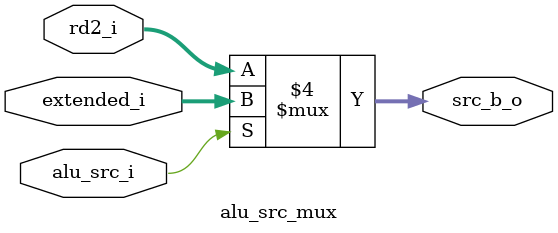
<source format=v>
module alu_src_mux(
    input                   alu_src_i,
    input           [31:0]  rd2_i,
    input           [31:0]  extended_i,
    output  reg     [31:0]  src_b_o
);
    always @(*) begin
        if (alu_src_i == 1'b1) begin
            src_b_o = extended_i;
        end
        else begin
            src_b_o = rd2_i;
        end
    end
endmodule

</source>
